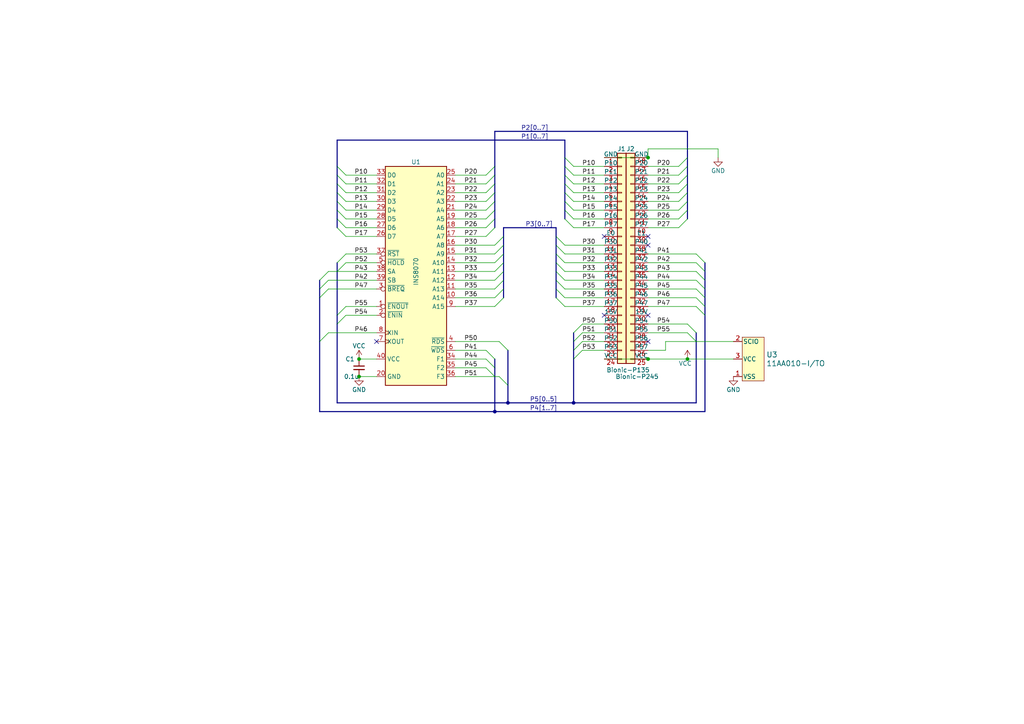
<source format=kicad_sch>
(kicad_sch (version 20230121) (generator eeschema)
  (paper "A4")
  (title_block (title "BionicINS8070") (date "2024-03-08") (rev "2") (company "Tadashi G. Takaoka"))
  (lib_symbols
    (symbol "0-LocalLibrary:11AA010-I_TO" (pin_names (offset 0.254))
      (property "Reference" "U" (at 2.54 1.27 0))
      (property "Value" "11AA010-I/TO" (at 3.81 -13.97 0))
      (symbol "11AA010-I_TO_1_1"
        (rectangle (start 0 0) (end 6.35 -12.7) (fill (type background)))
        (pin power_in line (at -2.54 -11.43 0) (length 2.54) (name "VSS") (number "1"))
        (pin bidirectional line (at -2.54 -1.27 0) (length 2.54) (name "SCIO") (number "2"))
        (pin power_in line (at -2.54 -6.35 0) (length 2.54) (name "VCC") (number "3"))
      )
    )
    (symbol "0-LocalLibrary:Bionic-P135" (pin_names (offset 0))
      (property "Reference" "J" (at 0 30.48 0))
      (property "Value" "Bionic-P135" (at -1.27 -33.02 0))
      (symbol "Bionic-P135_1_1"
        (rectangle (start -1.27 -30.353) (end 0 -30.607) (stroke (width 0.1524)))
        (rectangle (start -1.27 -27.813) (end 0 -28.067) (stroke (width 0.1524)))
        (rectangle (start -1.27 -25.273) (end 0 -25.527) (stroke (width 0.1524)))
        (rectangle (start -1.27 -22.733) (end 0 -22.987) (stroke (width 0.1524)))
        (rectangle (start -1.27 -20.193) (end 0 -20.447) (stroke (width 0.1524)))
        (rectangle (start -1.27 -17.653) (end 0 -17.907) (stroke (width 0.1524)))
        (rectangle (start -1.27 -15.113) (end 0 -15.367) (stroke (width 0.1524)))
        (rectangle (start -1.27 -12.573) (end 0 -12.827) (stroke (width 0.1524)))
        (rectangle (start -1.27 -10.033) (end 0 -10.287) (stroke (width 0.1524)))
        (rectangle (start -1.27 -7.493) (end 0 -7.747) (stroke (width 0.1524)))
        (rectangle (start -1.27 -4.953) (end 0 -5.207) (stroke (width 0.1524)))
        (rectangle (start -1.27 -2.413) (end 0 -2.667) (stroke (width 0.1524)))
        (rectangle (start -1.27 0.127) (end 0 -0.127) (stroke (width 0.1524)))
        (rectangle (start -1.27 2.667) (end 0 2.413) (stroke (width 0.1524)))
        (rectangle (start -1.27 5.207) (end 0 4.953) (stroke (width 0.1524)))
        (rectangle (start -1.27 7.747) (end 0 7.493) (stroke (width 0.1524)))
        (rectangle (start -1.27 10.287) (end 0 10.033) (stroke (width 0.1524)))
        (rectangle (start -1.27 12.827) (end 0 12.573) (stroke (width 0.1524)))
        (rectangle (start -1.27 15.367) (end 0 15.113) (stroke (width 0.1524)))
        (rectangle (start -1.27 17.907) (end 0 17.653) (stroke (width 0.1524)))
        (rectangle (start -1.27 20.447) (end 0 20.193) (stroke (width 0.1524)))
        (rectangle (start -1.27 22.987) (end 0 22.733) (stroke (width 0.1524)))
        (rectangle (start -1.27 25.527) (end 0 25.273) (stroke (width 0.1524)))
        (rectangle (start -1.27 28.067) (end 0 27.813) (stroke (width 0.1524)))
        (rectangle (start -1.27 29.21) (end 1.27 -31.75) (stroke (width 0.254)) (fill (type background)))
        (pin power_out line (at -5.08 27.94 0) (length 3.81) (name "GND") (number "1"))
        (pin bidirectional line (at -5.08 5.08 0) (length 3.81) (name "E0") (number "10"))
        (pin bidirectional line (at -5.08 2.54 0) (length 3.81) (name "P30") (number "11"))
        (pin bidirectional line (at -5.08 0 0) (length 3.81) (name "P31") (number "12"))
        (pin bidirectional line (at -5.08 -2.54 0) (length 3.81) (name "P32") (number "13"))
        (pin bidirectional line (at -5.08 -5.08 0) (length 3.81) (name "P33") (number "14"))
        (pin bidirectional line (at -5.08 -7.62 0) (length 3.81) (name "P34") (number "15"))
        (pin bidirectional line (at -5.08 -10.16 0) (length 3.81) (name "P35") (number "16"))
        (pin bidirectional line (at -5.08 -12.7 0) (length 3.81) (name "P36") (number "17"))
        (pin bidirectional line (at -5.08 -15.24 0) (length 3.81) (name "P37") (number "18"))
        (pin power_out line (at -5.08 -17.78 0) (length 3.81) (name "15V") (number "19"))
        (pin bidirectional line (at -5.08 25.4 0) (length 3.81) (name "P10") (number "2"))
        (pin bidirectional line (at -5.08 -20.32 0) (length 3.81) (name "P50") (number "20"))
        (pin bidirectional line (at -5.08 -22.86 0) (length 3.81) (name "P51") (number "21"))
        (pin bidirectional line (at -5.08 -25.4 0) (length 3.81) (name "P52") (number "22"))
        (pin bidirectional line (at -5.08 -27.94 0) (length 3.81) (name "P53") (number "23"))
        (pin power_out line (at -5.08 -30.48 0) (length 3.81) (name "VCC") (number "24"))
        (pin bidirectional line (at -5.08 22.86 0) (length 3.81) (name "P11") (number "3"))
        (pin bidirectional line (at -5.08 20.32 0) (length 3.81) (name "P12") (number "4"))
        (pin bidirectional line (at -5.08 17.78 0) (length 3.81) (name "P13") (number "5"))
        (pin bidirectional line (at -5.08 15.24 0) (length 3.81) (name "P14") (number "6"))
        (pin bidirectional line (at -5.08 12.7 0) (length 3.81) (name "P15") (number "7"))
        (pin bidirectional line (at -5.08 10.16 0) (length 3.81) (name "P16") (number "8"))
        (pin bidirectional line (at -5.08 7.62 0) (length 3.81) (name "P17") (number "9"))
      )
    )
    (symbol "0-LocalLibrary:Bionic-P245" (pin_names (offset 0))
      (property "Reference" "J" (at -3.81 30.48 0))
      (property "Value" "Bionic-P245" (at -1.27 -33.02 0))
      (symbol "Bionic-P245_1_1"
        (rectangle (start -5.08 -31.75) (end -2.54 29.21) (stroke (width 0.254)) (fill (type background)))
        (rectangle (start -3.81 -30.607) (end -2.54 -30.353) (stroke (width 0.1524)))
        (rectangle (start -3.81 -28.067) (end -2.54 -27.813) (stroke (width 0.1524)))
        (rectangle (start -3.81 -25.527) (end -2.54 -25.273) (stroke (width 0.1524)))
        (rectangle (start -3.81 -22.987) (end -2.54 -22.733) (stroke (width 0.1524)))
        (rectangle (start -3.81 -20.447) (end -2.54 -20.193) (stroke (width 0.1524)))
        (rectangle (start -3.81 -17.907) (end -2.54 -17.653) (stroke (width 0.1524)))
        (rectangle (start -3.81 -15.367) (end -2.54 -15.113) (stroke (width 0.1524)))
        (rectangle (start -3.81 -12.827) (end -2.54 -12.573) (stroke (width 0.1524)))
        (rectangle (start -3.81 -10.287) (end -2.54 -10.033) (stroke (width 0.1524)))
        (rectangle (start -3.81 -7.747) (end -2.54 -7.493) (stroke (width 0.1524)))
        (rectangle (start -3.81 -5.207) (end -2.54 -4.953) (stroke (width 0.1524)))
        (rectangle (start -3.81 -2.667) (end -2.54 -2.413) (stroke (width 0.1524)))
        (rectangle (start -3.81 -0.127) (end -2.54 0.127) (stroke (width 0.1524)))
        (rectangle (start -3.81 2.413) (end -2.54 2.667) (stroke (width 0.1524)))
        (rectangle (start -3.81 4.953) (end -2.54 5.207) (stroke (width 0.1524)))
        (rectangle (start -3.81 7.493) (end -2.54 7.747) (stroke (width 0.1524)))
        (rectangle (start -3.81 10.033) (end -2.54 10.287) (stroke (width 0.1524)))
        (rectangle (start -3.81 12.573) (end -2.54 12.827) (stroke (width 0.1524)))
        (rectangle (start -3.81 15.113) (end -2.54 15.367) (stroke (width 0.1524)))
        (rectangle (start -3.81 17.653) (end -2.54 17.907) (stroke (width 0.1524)))
        (rectangle (start -3.81 20.193) (end -2.54 20.447) (stroke (width 0.1524)))
        (rectangle (start -3.81 22.733) (end -2.54 22.987) (stroke (width 0.1524)))
        (rectangle (start -3.81 25.273) (end -2.54 25.527) (stroke (width 0.1524)))
        (rectangle (start -3.81 27.813) (end -2.54 28.067) (stroke (width 0.1524)))
        (pin power_in line (at 1.27 -30.48 180) (length 3.81) (name "VCC") (number "25"))
        (pin bidirectional line (at 1.27 -27.94 180) (length 3.81) (name "P57") (number "26"))
        (pin bidirectional line (at 1.27 -25.4 180) (length 3.81) (name "P56") (number "27"))
        (pin bidirectional line (at 1.27 -22.86 180) (length 3.81) (name "P55") (number "28"))
        (pin bidirectional line (at 1.27 -20.32 180) (length 3.81) (name "P54") (number "29"))
        (pin power_in line (at 1.27 -17.78 180) (length 3.81) (name "15V") (number "30"))
        (pin bidirectional line (at 1.27 -15.24 180) (length 3.81) (name "P47") (number "31"))
        (pin bidirectional line (at 1.27 -12.7 180) (length 3.81) (name "P46") (number "32"))
        (pin bidirectional line (at 1.27 -10.16 180) (length 3.81) (name "P45") (number "33"))
        (pin bidirectional line (at 1.27 -7.62 180) (length 3.81) (name "P44") (number "34"))
        (pin bidirectional line (at 1.27 -5.08 180) (length 3.81) (name "P43") (number "35"))
        (pin bidirectional line (at 1.27 -2.54 180) (length 3.81) (name "P42") (number "36"))
        (pin bidirectional line (at 1.27 0 180) (length 3.81) (name "P41") (number "37"))
        (pin bidirectional line (at 1.27 2.54 180) (length 3.81) (name "P40") (number "38"))
        (pin bidirectional line (at 1.27 5.08 180) (length 3.81) (name "E1") (number "39"))
        (pin bidirectional line (at 1.27 7.62 180) (length 3.81) (name "P27") (number "40"))
        (pin bidirectional line (at 1.27 10.16 180) (length 3.81) (name "P26") (number "41"))
        (pin bidirectional line (at 1.27 12.7 180) (length 3.81) (name "P25") (number "42"))
        (pin bidirectional line (at 1.27 15.24 180) (length 3.81) (name "P24") (number "43"))
        (pin bidirectional line (at 1.27 17.78 180) (length 3.81) (name "P23") (number "44"))
        (pin bidirectional line (at 1.27 20.32 180) (length 3.81) (name "P22") (number "45"))
        (pin bidirectional line (at 1.27 22.86 180) (length 3.81) (name "P21") (number "46"))
        (pin bidirectional line (at 1.27 25.4 180) (length 3.81) (name "P20") (number "47"))
        (pin power_in line (at 1.27 27.94 180) (length 3.81) (name "GND") (number "48"))
      )
    )
    (symbol "0-LocalLibrary:INS8070"
      (property "Reference" "U" (at -1.27 31.75 0))
      (property "Value" "INS8070" (at 0 -3.81 90))
      (symbol "INS8070_0_1"
        (rectangle (start -8.89 -33.02) (end 8.89 30.48) (stroke (width 0.254)) (fill (type background)))
      )
      (symbol "INS8070_1_1"
        (pin output inverted (at -11.43 -10.16 0) (length 2.54) (name "~{ENOUT}") (number "1"))
        (pin output line (at 11.43 -7.62 180) (length 2.54) (name "A14") (number "10"))
        (pin output line (at 11.43 -5.08 180) (length 2.54) (name "A13") (number "11"))
        (pin output line (at 11.43 -2.54 180) (length 2.54) (name "A12") (number "12"))
        (pin output line (at 11.43 0 180) (length 2.54) (name "A11") (number "13"))
        (pin output line (at 11.43 2.54 180) (length 2.54) (name "A10") (number "14"))
        (pin output line (at 11.43 5.08 180) (length 2.54) (name "A9") (number "15"))
        (pin output line (at 11.43 7.62 180) (length 2.54) (name "A8") (number "16"))
        (pin output line (at 11.43 10.16 180) (length 2.54) (name "A7") (number "17"))
        (pin output line (at 11.43 12.7 180) (length 2.54) (name "A6") (number "18"))
        (pin output line (at 11.43 15.24 180) (length 2.54) (name "A5") (number "19"))
        (pin input inverted (at -11.43 -12.7 0) (length 2.54) (name "~{ENIN}") (number "2"))
        (pin power_in line (at -11.43 -30.48 0) (length 2.54) (name "GND") (number "20"))
        (pin output line (at 11.43 17.78 180) (length 2.54) (name "A4") (number "21"))
        (pin output line (at 11.43 20.32 180) (length 2.54) (name "A3") (number "22"))
        (pin output line (at 11.43 22.86 180) (length 2.54) (name "A2") (number "23"))
        (pin output line (at 11.43 25.4 180) (length 2.54) (name "A1") (number "24"))
        (pin output line (at 11.43 27.94 180) (length 2.54) (name "A0") (number "25"))
        (pin bidirectional line (at -11.43 10.16 0) (length 2.54) (name "D7") (number "26"))
        (pin bidirectional line (at -11.43 12.7 0) (length 2.54) (name "D6") (number "27"))
        (pin bidirectional line (at -11.43 15.24 0) (length 2.54) (name "D5") (number "28"))
        (pin bidirectional line (at -11.43 17.78 0) (length 2.54) (name "D4") (number "29"))
        (pin input inverted (at -11.43 -5.08 0) (length 2.54) (name "~{BREQ}") (number "3"))
        (pin bidirectional line (at -11.43 20.32 0) (length 2.54) (name "D3") (number "30"))
        (pin bidirectional line (at -11.43 22.86 0) (length 2.54) (name "D2") (number "31"))
        (pin bidirectional line (at -11.43 25.4 0) (length 2.54) (name "D1") (number "32"))
        (pin bidirectional line (at -11.43 27.94 0) (length 2.54) (name "D0") (number "33"))
        (pin output line (at 11.43 -25.4 180) (length 2.54) (name "F1") (number "34"))
        (pin output line (at 11.43 -27.94 180) (length 2.54) (name "F2") (number "35"))
        (pin output line (at 11.43 -30.48 180) (length 2.54) (name "F3") (number "36"))
        (pin input inverted (at -11.43 5.08 0) (length 2.54) (name "~{RST}") (number "37"))
        (pin input line (at -11.43 0 0) (length 2.54) (name "SA") (number "38"))
        (pin input line (at -11.43 -2.54 0) (length 2.54) (name "SB") (number "39"))
        (pin output line (at 11.43 -20.32 180) (length 2.54) (name "~{RDS}") (number "4"))
        (pin power_in line (at -11.43 -25.4 0) (length 2.54) (name "VCC") (number "40"))
        (pin input inverted (at -11.43 2.54 0) (length 2.54) (name "~{HOLD}") (number "5"))
        (pin output line (at 11.43 -22.86 180) (length 2.54) (name "~{WDS}") (number "6"))
        (pin output clock (at -11.43 -20.32 0) (length 2.54) (name "XOUT") (number "7"))
        (pin input clock (at -11.43 -17.78 0) (length 2.54) (name "XIN") (number "8"))
        (pin output line (at 11.43 -10.16 180) (length 2.54) (name "A15") (number "9"))
      )
    )
    (symbol "Device:C_Small" (pin_numbers hide) (pin_names (offset 0.254) hide)
      (property "Reference" "C" (at 0.254 1.778 0))
      (property "Value" "C_Small" (at 0.254 -2.032 0))
      (symbol "C_Small_0_1"
        (polyline (pts (xy -1.524 -0.508) (xy 1.524 -0.508)) (stroke (width 0.3302)))
        (polyline (pts (xy -1.524 0.508) (xy 1.524 0.508)) (stroke (width 0.3048)))
      )
      (symbol "C_Small_1_1"
        (pin passive line (at 0 2.54 270) (length 2.032) (name "~") (number "1"))
        (pin passive line (at 0 -2.54 90) (length 2.032) (name "~") (number "2"))
      )
    )
    (symbol "power:GND" (power) (pin_names (offset 0))
      (property "Value" "GND" (at 0 -3.81 0))
      (symbol "GND_0_1"
        (polyline (pts (xy 0 0) (xy 0 -1.27) (xy 1.27 -1.27) (xy 0 -2.54) (xy -1.27 -1.27) (xy 0 -1.27)))
      )
      (symbol "GND_1_1"
        (pin power_in line (at 0 0 270) (length 0) hide (name "GND") (number "1"))
      )
    )
    (symbol "power:VCC" (power) (pin_names (offset 0))
      (property "Value" "VCC" (at 0 3.81 0))
      (symbol "VCC_0_1"
        (polyline (pts (xy -0.762 1.27) (xy 0 2.54)))
        (polyline (pts (xy 0 0) (xy 0 2.54)))
        (polyline (pts (xy 0 2.54) (xy 0.762 1.27)))
      )
      (symbol "VCC_1_1"
        (pin power_in line (at 0 0 90) (length 0) hide (name "VCC") (number "1"))
      )
    )
  )
  (junction (at 187.96 104.14))
  (junction (at 104.14 109.22))
  (junction (at 104.14 104.14))
  (junction (at 187.96 45.72))
  (junction (at 199.39 104.14))
  (junction (at 166.37 116.84))
  (junction (at 143.51 119.38))
  (junction (at 147.32 116.84))
  (no_connect (at 187.96 68.58))
  (no_connect (at 187.96 91.44))
  (no_connect (at 187.96 99.06))
  (no_connect (at 187.96 71.12))
  (no_connect (at 175.26 91.44))
  (no_connect (at 175.26 68.58))
  (no_connect (at 109.22 99.06))
  (bus_entry (at 146.05 78.74) (size -2.54 2.54))
  (bus_entry (at 199.39 50.8) (size -2.54 2.54))
  (bus_entry (at 166.37 63.5) (size -2.54 -2.54))
  (bus_entry (at 166.37 50.8) (size -2.54 -2.54))
  (bus_entry (at 166.37 53.34) (size -2.54 -2.54))
  (bus_entry (at 166.37 99.06) (size 2.54 -2.54))
  (bus_entry (at 97.79 78.74) (size 2.54 -2.54))
  (bus_entry (at 143.51 63.5) (size -2.54 2.54))
  (bus_entry (at 199.39 48.26) (size -2.54 2.54))
  (bus_entry (at 196.85 48.26) (size 2.54 -2.54))
  (bus_entry (at 143.51 73.66) (size 2.54 -2.54))
  (bus_entry (at 146.05 83.82) (size -2.54 2.54))
  (bus_entry (at 161.29 78.74) (size 2.54 2.54))
  (bus_entry (at 166.37 58.42) (size -2.54 -2.54))
  (bus_entry (at 166.37 60.96) (size -2.54 -2.54))
  (bus_entry (at 201.93 86.36) (size 2.54 2.54))
  (bus_entry (at 201.93 76.2) (size 2.54 2.54))
  (bus_entry (at 201.93 73.66) (size 2.54 2.54))
  (bus_entry (at 168.91 101.6) (size -2.54 2.54))
  (bus_entry (at 97.79 76.2) (size 2.54 -2.54))
  (bus_entry (at 100.33 53.34) (size -2.54 -2.54))
  (bus_entry (at 143.51 76.2) (size 2.54 -2.54))
  (bus_entry (at 100.33 50.8) (size -2.54 -2.54))
  (bus_entry (at 143.51 106.68) (size -2.54 -2.54))
  (bus_entry (at 201.93 88.9) (size 2.54 2.54))
  (bus_entry (at 166.37 55.88) (size -2.54 -2.54))
  (bus_entry (at 166.37 96.52) (size 2.54 -2.54))
  (bus_entry (at 161.29 73.66) (size 2.54 2.54))
  (bus_entry (at 201.93 81.28) (size 2.54 2.54))
  (bus_entry (at 199.39 93.98) (size 2.54 2.54))
  (bus_entry (at 199.39 55.88) (size -2.54 2.54))
  (bus_entry (at 100.33 55.88) (size -2.54 -2.54))
  (bus_entry (at 201.93 78.74) (size 2.54 2.54))
  (bus_entry (at 143.51 66.04) (size -2.54 2.54))
  (bus_entry (at 161.29 71.12) (size 2.54 2.54))
  (bus_entry (at 166.37 101.6) (size 2.54 -2.54))
  (bus_entry (at 97.79 91.44) (size 2.54 -2.54))
  (bus_entry (at 95.25 96.52) (size -2.54 2.54))
  (bus_entry (at 199.39 63.5) (size -2.54 2.54))
  (bus_entry (at 100.33 66.04) (size -2.54 -2.54))
  (bus_entry (at 199.39 96.52) (size 2.54 2.54))
  (bus_entry (at 166.37 48.26) (size -2.54 -2.54))
  (bus_entry (at 146.05 81.28) (size -2.54 2.54))
  (bus_entry (at 166.37 66.04) (size -2.54 -2.54))
  (bus_entry (at 146.05 86.36) (size -2.54 2.54))
  (bus_entry (at 100.33 60.96) (size -2.54 -2.54))
  (bus_entry (at 143.51 109.22) (size -2.54 -2.54))
  (bus_entry (at 147.32 111.76) (size -2.54 -2.54))
  (bus_entry (at 161.29 76.2) (size 2.54 2.54))
  (bus_entry (at 100.33 68.58) (size -2.54 -2.54))
  (bus_entry (at 97.79 93.98) (size 2.54 -2.54))
  (bus_entry (at 100.33 63.5) (size -2.54 -2.54))
  (bus_entry (at 92.71 86.36) (size 2.54 -2.54))
  (bus_entry (at 143.51 60.96) (size -2.54 2.54))
  (bus_entry (at 143.51 53.34) (size -2.54 2.54))
  (bus_entry (at 161.29 83.82) (size 2.54 2.54))
  (bus_entry (at 147.32 101.6) (size -2.54 -2.54))
  (bus_entry (at 199.39 60.96) (size -2.54 2.54))
  (bus_entry (at 143.51 58.42) (size -2.54 2.54))
  (bus_entry (at 100.33 58.42) (size -2.54 -2.54))
  (bus_entry (at 201.93 83.82) (size 2.54 2.54))
  (bus_entry (at 199.39 53.34) (size -2.54 2.54))
  (bus_entry (at 143.51 104.14) (size -2.54 -2.54))
  (bus_entry (at 143.51 71.12) (size 2.54 -2.54))
  (bus_entry (at 143.51 78.74) (size 2.54 -2.54))
  (bus_entry (at 199.39 58.42) (size -2.54 2.54))
  (bus_entry (at 161.29 81.28) (size 2.54 2.54))
  (bus_entry (at 143.51 50.8) (size -2.54 2.54))
  (bus_entry (at 143.51 48.26) (size -2.54 2.54))
  (bus_entry (at 92.71 81.28) (size 2.54 -2.54))
  (bus_entry (at 161.29 86.36) (size 2.54 2.54))
  (bus_entry (at 92.71 83.82) (size 2.54 -2.54))
  (bus_entry (at 143.51 55.88) (size -2.54 2.54))
  (bus_entry (at 161.29 68.58) (size 2.54 2.54))
  (bus (pts (xy 92.71 83.82) (xy 92.71 86.36)))
  (wire (pts (xy 175.26 53.34) (xy 166.37 53.34)))
  (wire (pts (xy 187.96 78.74) (xy 201.93 78.74)))
  (wire (pts (xy 109.22 68.58) (xy 100.33 68.58)))
  (wire (pts (xy 193.04 101.6) (xy 193.04 99.06)))
  (wire (pts (xy 143.51 109.22) (xy 132.08 109.22)))
  (wire (pts (xy 163.83 81.28) (xy 175.26 81.28)))
  (bus (pts (xy 199.39 38.1) (xy 199.39 45.72)))
  (wire (pts (xy 132.08 101.6) (xy 140.97 101.6)))
  (wire (pts (xy 175.26 50.8) (xy 166.37 50.8)))
  (wire (pts (xy 163.83 73.66) (xy 175.26 73.66)))
  (wire (pts (xy 144.78 109.22) (xy 143.51 109.22)))
  (bus (pts (xy 199.39 45.72) (xy 199.39 48.26)))
  (wire (pts (xy 109.22 50.8) (xy 100.33 50.8)))
  (wire (pts (xy 193.04 99.06) (xy 201.93 99.06)))
  (wire (pts (xy 187.96 86.36) (xy 201.93 86.36)))
  (wire (pts (xy 109.22 66.04) (xy 100.33 66.04)))
  (wire (pts (xy 208.28 43.18) (xy 208.28 45.72)))
  (bus (pts (xy 204.47 91.44) (xy 204.47 119.38)))
  (wire (pts (xy 163.83 88.9) (xy 175.26 88.9)))
  (wire (pts (xy 187.96 43.18) (xy 208.28 43.18)))
  (wire (pts (xy 163.83 83.82) (xy 175.26 83.82)))
  (wire (pts (xy 132.08 78.74) (xy 143.51 78.74)))
  (wire (pts (xy 187.96 50.8) (xy 196.85 50.8)))
  (wire (pts (xy 104.14 109.22) (xy 109.22 109.22)))
  (bus (pts (xy 92.71 86.36) (xy 92.71 99.06)))
  (bus (pts (xy 146.05 68.58) (xy 146.05 66.04)))
  (bus (pts (xy 204.47 78.74) (xy 204.47 81.28)))
  (bus (pts (xy 146.05 81.28) (xy 146.05 83.82)))
  (wire (pts (xy 132.08 83.82) (xy 143.51 83.82)))
  (wire (pts (xy 95.25 83.82) (xy 109.22 83.82)))
  (wire (pts (xy 175.26 60.96) (xy 166.37 60.96)))
  (wire (pts (xy 132.08 106.68) (xy 140.97 106.68)))
  (bus (pts (xy 204.47 83.82) (xy 204.47 86.36)))
  (bus (pts (xy 146.05 68.58) (xy 146.05 71.12)))
  (wire (pts (xy 100.33 76.2) (xy 109.22 76.2)))
  (wire (pts (xy 95.25 96.52) (xy 109.22 96.52)))
  (bus (pts (xy 143.51 104.14) (xy 143.51 106.68)))
  (bus (pts (xy 143.51 55.88) (xy 143.51 58.42)))
  (bus (pts (xy 166.37 116.84) (xy 201.93 116.84)))
  (bus (pts (xy 97.79 63.5) (xy 97.79 66.04)))
  (bus (pts (xy 199.39 48.26) (xy 199.39 50.8)))
  (bus (pts (xy 166.37 99.06) (xy 166.37 101.6)))
  (wire (pts (xy 132.08 60.96) (xy 140.97 60.96)))
  (wire (pts (xy 187.96 88.9) (xy 201.93 88.9)))
  (bus (pts (xy 143.51 38.1) (xy 143.51 48.26)))
  (wire (pts (xy 132.08 104.14) (xy 140.97 104.14)))
  (wire (pts (xy 175.26 104.14) (xy 187.96 104.14)))
  (wire (pts (xy 104.14 104.14) (xy 109.22 104.14)))
  (bus (pts (xy 97.79 48.26) (xy 97.79 50.8)))
  (wire (pts (xy 187.96 48.26) (xy 196.85 48.26)))
  (wire (pts (xy 100.33 88.9) (xy 109.22 88.9)))
  (bus (pts (xy 166.37 96.52) (xy 166.37 99.06)))
  (bus (pts (xy 201.93 96.52) (xy 201.93 99.06)))
  (bus (pts (xy 163.83 53.34) (xy 163.83 55.88)))
  (wire (pts (xy 163.83 86.36) (xy 175.26 86.36)))
  (wire (pts (xy 132.08 58.42) (xy 140.97 58.42)))
  (wire (pts (xy 187.96 83.82) (xy 201.93 83.82)))
  (wire (pts (xy 168.91 101.6) (xy 175.26 101.6)))
  (bus (pts (xy 199.39 50.8) (xy 199.39 53.34)))
  (wire (pts (xy 132.08 50.8) (xy 140.97 50.8)))
  (bus (pts (xy 147.32 111.76) (xy 147.32 116.84)))
  (wire (pts (xy 132.08 71.12) (xy 143.51 71.12)))
  (bus (pts (xy 163.83 50.8) (xy 163.83 53.34)))
  (wire (pts (xy 187.96 101.6) (xy 193.04 101.6)))
  (wire (pts (xy 132.08 86.36) (xy 143.51 86.36)))
  (wire (pts (xy 109.22 60.96) (xy 100.33 60.96)))
  (wire (pts (xy 109.22 63.5) (xy 100.33 63.5)))
  (bus (pts (xy 204.47 88.9) (xy 204.47 91.44)))
  (bus (pts (xy 143.51 60.96) (xy 143.51 63.5)))
  (bus (pts (xy 204.47 81.28) (xy 204.47 83.82)))
  (bus (pts (xy 204.47 76.2) (xy 204.47 78.74)))
  (wire (pts (xy 201.93 99.06) (xy 212.725 99.06)))
  (bus (pts (xy 161.29 78.74) (xy 161.29 81.28)))
  (bus (pts (xy 161.29 71.12) (xy 161.29 73.66)))
  (bus (pts (xy 97.79 60.96) (xy 97.79 63.5)))
  (wire (pts (xy 175.26 93.98) (xy 168.91 93.98)))
  (bus (pts (xy 97.79 53.34) (xy 97.79 55.88)))
  (bus (pts (xy 146.05 78.74) (xy 146.05 81.28)))
  (bus (pts (xy 143.51 63.5) (xy 143.51 66.04)))
  (bus (pts (xy 161.29 68.58) (xy 161.29 71.12)))
  (bus (pts (xy 97.79 50.8) (xy 97.79 53.34)))
  (wire (pts (xy 132.08 99.06) (xy 144.78 99.06)))
  (bus (pts (xy 97.79 78.74) (xy 97.79 91.44)))
  (bus (pts (xy 143.51 53.34) (xy 143.51 55.88)))
  (bus (pts (xy 161.29 66.04) (xy 161.29 68.58)))
  (bus (pts (xy 166.37 104.14) (xy 166.37 116.84)))
  (bus (pts (xy 204.47 86.36) (xy 204.47 88.9)))
  (wire (pts (xy 100.33 73.66) (xy 109.22 73.66)))
  (wire (pts (xy 163.83 76.2) (xy 175.26 76.2)))
  (wire (pts (xy 109.22 53.34) (xy 100.33 53.34)))
  (bus (pts (xy 92.71 99.06) (xy 92.71 119.38)))
  (bus (pts (xy 97.79 55.88) (xy 97.79 58.42)))
  (bus (pts (xy 97.79 40.64) (xy 97.79 48.26)))
  (wire (pts (xy 187.96 66.04) (xy 196.85 66.04)))
  (bus (pts (xy 146.05 73.66) (xy 146.05 76.2)))
  (bus (pts (xy 199.39 53.34) (xy 199.39 55.88)))
  (bus (pts (xy 161.29 81.28) (xy 161.29 83.82)))
  (wire (pts (xy 187.96 104.14) (xy 199.39 104.14)))
  (bus (pts (xy 163.83 60.96) (xy 163.83 63.5)))
  (wire (pts (xy 187.96 53.34) (xy 196.85 53.34)))
  (wire (pts (xy 187.96 96.52) (xy 199.39 96.52)))
  (wire (pts (xy 175.26 55.88) (xy 166.37 55.88)))
  (wire (pts (xy 132.08 66.04) (xy 140.97 66.04)))
  (bus (pts (xy 97.79 40.64) (xy 163.83 40.64)))
  (bus (pts (xy 143.51 106.68) (xy 143.51 109.22)))
  (wire (pts (xy 175.26 45.72) (xy 187.96 45.72)))
  (wire (pts (xy 132.08 76.2) (xy 143.51 76.2)))
  (bus (pts (xy 163.83 55.88) (xy 163.83 58.42)))
  (wire (pts (xy 187.96 60.96) (xy 196.85 60.96)))
  (bus (pts (xy 143.51 50.8) (xy 143.51 53.34)))
  (bus (pts (xy 143.51 58.42) (xy 143.51 60.96)))
  (wire (pts (xy 175.26 66.04) (xy 166.37 66.04)))
  (bus (pts (xy 163.83 58.42) (xy 163.83 60.96)))
  (wire (pts (xy 132.08 53.34) (xy 140.97 53.34)))
  (wire (pts (xy 132.08 55.88) (xy 140.97 55.88)))
  (bus (pts (xy 146.05 71.12) (xy 146.05 73.66)))
  (wire (pts (xy 187.96 58.42) (xy 196.85 58.42)))
  (wire (pts (xy 187.96 93.98) (xy 199.39 93.98)))
  (bus (pts (xy 161.29 83.82) (xy 161.29 86.36)))
  (wire (pts (xy 100.33 91.44) (xy 109.22 91.44)))
  (wire (pts (xy 97.79 78.74) (xy 109.22 78.74)))
  (bus (pts (xy 146.05 66.04) (xy 161.29 66.04)))
  (wire (pts (xy 132.08 68.58) (xy 140.97 68.58)))
  (bus (pts (xy 143.51 119.38) (xy 92.71 119.38)))
  (wire (pts (xy 175.26 48.26) (xy 166.37 48.26)))
  (bus (pts (xy 143.51 109.22) (xy 143.51 119.38)))
  (bus (pts (xy 163.83 45.72) (xy 163.83 48.26)))
  (bus (pts (xy 147.32 101.6) (xy 147.32 111.76)))
  (wire (pts (xy 199.39 104.14) (xy 212.725 104.14)))
  (bus (pts (xy 97.79 91.44) (xy 97.79 93.98)))
  (bus (pts (xy 97.79 76.2) (xy 97.79 78.74)))
  (bus (pts (xy 143.51 38.1) (xy 199.39 38.1)))
  (wire (pts (xy 175.26 63.5) (xy 166.37 63.5)))
  (bus (pts (xy 92.71 81.28) (xy 92.71 83.82)))
  (bus (pts (xy 201.93 99.06) (xy 201.93 116.84)))
  (bus (pts (xy 161.29 73.66) (xy 161.29 76.2)))
  (wire (pts (xy 95.25 78.74) (xy 97.79 78.74)))
  (bus (pts (xy 199.39 58.42) (xy 199.39 60.96)))
  (wire (pts (xy 175.26 96.52) (xy 168.91 96.52)))
  (bus (pts (xy 146.05 76.2) (xy 146.05 78.74)))
  (bus (pts (xy 161.29 76.2) (xy 161.29 78.74)))
  (wire (pts (xy 175.26 99.06) (xy 168.91 99.06)))
  (wire (pts (xy 187.96 76.2) (xy 201.93 76.2)))
  (wire (pts (xy 187.96 43.18) (xy 187.96 45.72)))
  (wire (pts (xy 132.08 73.66) (xy 143.51 73.66)))
  (wire (pts (xy 187.96 73.66) (xy 201.93 73.66)))
  (bus (pts (xy 163.83 48.26) (xy 163.83 50.8)))
  (bus (pts (xy 97.79 116.84) (xy 147.32 116.84)))
  (bus (pts (xy 163.83 40.64) (xy 163.83 45.72)))
  (wire (pts (xy 95.25 81.28) (xy 109.22 81.28)))
  (wire (pts (xy 187.96 55.88) (xy 196.85 55.88)))
  (bus (pts (xy 166.37 101.6) (xy 166.37 104.14)))
  (wire (pts (xy 187.96 63.5) (xy 196.85 63.5)))
  (bus (pts (xy 97.79 58.42) (xy 97.79 60.96)))
  (bus (pts (xy 143.51 48.26) (xy 143.51 50.8)))
  (wire (pts (xy 132.08 88.9) (xy 143.51 88.9)))
  (wire (pts (xy 175.26 58.42) (xy 166.37 58.42)))
  (bus (pts (xy 146.05 83.82) (xy 146.05 86.36)))
  (bus (pts (xy 199.39 60.96) (xy 199.39 63.5)))
  (bus (pts (xy 204.47 119.38) (xy 143.51 119.38)))
  (wire (pts (xy 132.08 81.28) (xy 143.51 81.28)))
  (bus (pts (xy 97.79 93.98) (xy 97.79 116.84)))
  (bus (pts (xy 147.32 116.84) (xy 166.37 116.84)))
  (wire (pts (xy 109.22 58.42) (xy 100.33 58.42)))
  (wire (pts (xy 109.22 55.88) (xy 100.33 55.88)))
  (wire (pts (xy 132.08 63.5) (xy 140.97 63.5)))
  (bus (pts (xy 199.39 55.88) (xy 199.39 58.42)))
  (wire (pts (xy 163.83 78.74) (xy 175.26 78.74)))
  (wire (pts (xy 187.96 81.28) (xy 201.93 81.28)))
  (wire (pts (xy 163.83 71.12) (xy 175.26 71.12)))
  (label "P33" (at 172.72 78.74 180))
  (label "P4[1..7]" (at 153.67 119.38 0))
  (label "P37" (at 134.62 88.9 0))
  (label "P47" (at 190.5 88.9 0))
  (label "P13" (at 172.72 55.88 180))
  (label "P34" (at 134.62 81.28 0))
  (label "P16" (at 172.72 63.5 180))
  (label "P36" (at 134.62 86.36 0))
  (label "P32" (at 172.72 76.2 180))
  (label "P22" (at 190.5 53.34 0))
  (label "P20" (at 190.5 48.26 0))
  (label "P31" (at 134.62 73.66 0))
  (label "P43" (at 106.68 78.74 180))
  (label "P36" (at 172.72 86.36 180))
  (label "P55" (at 190.5 96.52 0))
  (label "P53" (at 106.68 73.66 180))
  (label "P12" (at 172.72 53.34 180))
  (label "P33" (at 134.62 78.74 0))
  (label "P45" (at 134.62 106.68 0))
  (label "P52" (at 172.72 99.06 180))
  (label "P27" (at 134.62 68.58 0))
  (label "P11" (at 172.72 50.8 180))
  (label "P27" (at 190.5 66.04 0))
  (label "P41" (at 134.62 101.6 0))
  (label "P34" (at 172.72 81.28 180))
  (label "P32" (at 134.62 76.2 0))
  (label "P55" (at 106.68 88.9 180))
  (label "P26" (at 190.5 63.5 0))
  (label "P21" (at 134.62 53.34 0))
  (label "P41" (at 190.5 73.66 0))
  (label "P15" (at 172.72 60.96 180))
  (label "P14" (at 172.72 58.42 180))
  (label "P3[0..7]" (at 152.4 66.04 0))
  (label "P46" (at 106.68 96.52 180))
  (label "P10" (at 172.72 48.26 180))
  (label "P22" (at 134.62 55.88 0))
  (label "P10" (at 106.68 50.8 180))
  (label "P50" (at 172.72 93.98 180))
  (label "P25" (at 190.5 60.96 0))
  (label "P24" (at 134.62 60.96 0))
  (label "P47" (at 106.68 83.82 180))
  (label "P13" (at 106.68 58.42 180))
  (label "P53" (at 172.72 101.6 180))
  (label "P26" (at 134.62 66.04 0))
  (label "P51" (at 134.62 109.22 0))
  (label "P25" (at 134.62 63.5 0))
  (label "P5[0..5]" (at 153.67 116.84 0))
  (label "P30" (at 172.72 71.12 180))
  (label "P42" (at 106.68 81.28 180))
  (label "P35" (at 134.62 83.82 0))
  (label "P23" (at 134.62 58.42 0))
  (label "P44" (at 190.5 81.28 0))
  (label "P12" (at 106.68 55.88 180))
  (label "P42" (at 190.5 76.2 0))
  (label "P14" (at 106.68 60.96 180))
  (label "P35" (at 172.72 83.82 180))
  (label "P54" (at 190.5 93.98 0))
  (label "P30" (at 134.62 71.12 0))
  (label "P16" (at 106.68 66.04 180))
  (label "P54" (at 106.68 91.44 180))
  (label "P1[0..7]" (at 151.13 40.64 0))
  (label "P17" (at 106.68 68.58 180))
  (label "P23" (at 190.5 55.88 0))
  (label "P52" (at 106.68 76.2 180))
  (label "P2[0..7]" (at 151.13 38.1 0))
  (label "P21" (at 190.5 50.8 0))
  (label "P45" (at 190.5 83.82 0))
  (label "P31" (at 172.72 73.66 180))
  (label "P17" (at 172.72 66.04 180))
  (label "P51" (at 172.72 96.52 180))
  (label "P46" (at 190.5 86.36 0))
  (label "P24" (at 190.5 58.42 0))
  (label "P44" (at 134.62 104.14 0))
  (label "P20" (at 134.62 50.8 0))
  (label "P15" (at 106.68 63.5 180))
  (label "P50" (at 134.62 99.06 0))
  (label "P37" (at 172.72 88.9 180))
  (label "P43" (at 190.5 78.74 0))
  (label "P11" (at 106.68 53.34 180))
  (symbol (lib_id "Device:C_Small") (at 104.14 106.68 0) (mirror y) (unit 1)
    (property "Reference" "C1" (at 102.87 104.14 0) (effects (justify left)))
    (property "Value" "0.1u" (at 104.14 109.22 0) (effects (justify left)))
    (property "Footprint" "Capacitor_THT:C_Disc_D3.4mm_W2.1mm_P2.50mm" (effects hide))
  )
  (symbol (lib_id "0-LocalLibrary:INS8070") (at 120.65 78.74 0) (unit 1)
    (property "Reference" "U1" (at 120.65 46.99 0))
    (property "Value" "INS8070" (at 120.65 78.74 90))
    (property "Footprint" "Package_DIP:DIP-40_W15.24mm" (effects hide))
    (property "Datasheet" "https://datasheetspdf.com/pdf-file/552947/NationalSemiconductor/INS8070/1" (effects hide))
  )
  (symbol (lib_id "0-LocalLibrary:Bionic-P245") (at 186.69 73.66 0) (unit 1)
    (property "Reference" "J2" (at 182.88 43.18 0))
    (property "Value" "Bionic-P245" (at 184.785 109.22 0))
    (property "Footprint" "connector:Bionic-P245_Vertical" (effects hide))
  )
  (symbol (lib_id "power:GND") (at 208.28 45.72 0) (unit 1)
    (property "Reference" "#PWR05" (effects hide))
    (property "Value" "GND" (at 208.28 49.53 0))
  )
  (symbol (lib_id "power:VCC") (at 199.39 104.14 0) (unit 1)
    (property "Reference" "#PWR08" (effects hide))
    (property "Value" "VCC" (at 198.755 105.41 0))
  )
  (symbol (lib_id "0-LocalLibrary:Bionic-P135") (at 180.34 73.66 0) (unit 1)
    (property "Reference" "J1" (at 179.07 43.18 0) (effects (justify left)))
    (property "Value" "Bionic-P135" (at 175.895 107.315 0) (effects (justify left)))
    (property "Footprint" "connector:Bionic-P135_Vertical" (effects hide))
  )
  (symbol (lib_id "power:GND") (at 212.725 109.22 0) (unit 1)
    (property "Reference" "#PWR03" (effects hide))
    (property "Value" "GND" (at 212.725 113.03 0))
  )
  (symbol (lib_id "power:GND") (at 104.14 109.22 0) (unit 1)
    (property "Reference" "#PWR07" (effects hide))
    (property "Value" "GND" (at 104.14 113.03 0))
  )
  (symbol (lib_id "0-LocalLibrary:11AA010-I_TO") (at 215.265 97.79 0) (unit 1)
    (property "Reference" "U3" (at 222.25 102.87 0) (effects (font (size 1.524 1.524)) (justify left)))
    (property "Value" "11AA010-I/TO" (at 222.25 105.41 0) (effects (font (size 1.524 1.524)) (justify left)))
    (property "Footprint" "TO-92_MC_MCH" (effects hide))
    (property "Datasheet" "11AA010-I/TO" (effects hide))
  )
  (symbol (lib_id "power:VCC") (at 104.14 104.14 0) (unit 1)
    (property "Reference" "#PWR06" (effects hide))
    (property "Value" "VCC" (at 104.14 100.33 0))
  )
)
</source>
